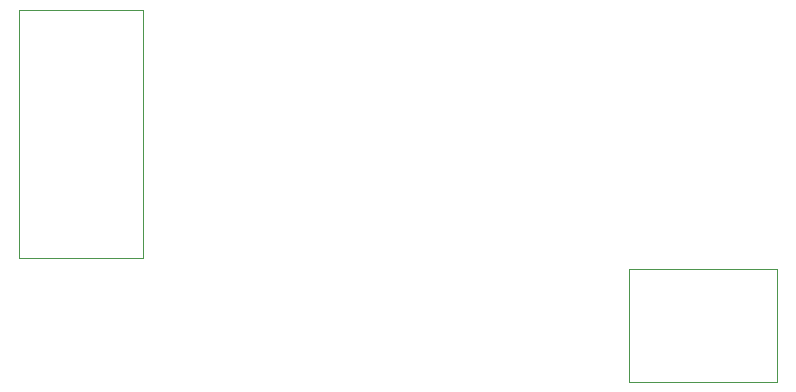
<source format=gbr>
%TF.GenerationSoftware,Altium Limited,Altium Designer,21.8.1 (53)*%
G04 Layer_Color=32768*
%FSLAX43Y43*%
%MOMM*%
%TF.SameCoordinates,2523FC94-2157-46A2-8D95-2E3533E7A92D*%
%TF.FilePolarity,Positive*%
%TF.FileFunction,Other,Mechanical_15*%
%TF.Part,Single*%
G01*
G75*
%TA.AperFunction,NonConductor*%
%ADD45C,0.100*%
%ADD48C,0.050*%
D45*
X74950Y227D02*
X87450D01*
X74950D02*
Y9827D01*
X87450D01*
Y227D02*
Y9827D01*
D48*
X23330Y10750D02*
Y31770D01*
Y10750D02*
X33830D01*
Y31770D01*
X23330D02*
X33830D01*
%TF.MD5,bdf1b4e045fce38f25c7c2c70ecd0669*%
M02*

</source>
